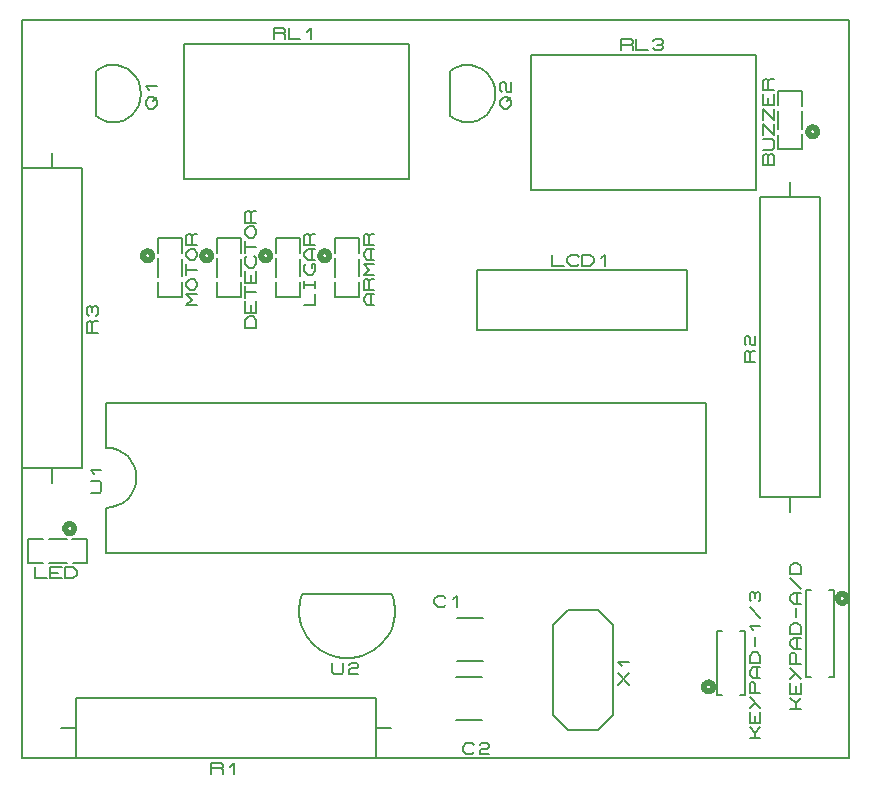
<source format=gbr>
G04 PROTEUS GERBER X2 FILE*
%TF.GenerationSoftware,Labcenter,Proteus,8.12-SP0-Build30713*%
%TF.CreationDate,2021-09-16T14:44:57+00:00*%
%TF.FileFunction,Legend,Top*%
%TF.FilePolarity,Positive*%
%TF.Part,Single*%
%TF.SameCoordinates,{034bc27d-0c73-46ba-bb4b-be9bc49d2133}*%
%FSLAX45Y45*%
%MOMM*%
G01*
%TA.AperFunction,Profile*%
%ADD71C,0.203200*%
%TA.AperFunction,Material*%
%ADD20C,0.203200*%
%ADD21C,0.508000*%
%ADD22C,0.152400*%
%ADD23C,0.200000*%
%TD.AperFunction*%
D71*
X-3250000Y-2500000D02*
X+3750000Y-2500000D01*
X+3750000Y+3750000D01*
X-3250000Y+3750000D01*
X-3250000Y-2500000D01*
D20*
X-2286000Y-127000D02*
X-2291080Y-75248D01*
X-2305685Y-27305D01*
X-2328862Y+15875D01*
X-2359660Y+53340D01*
X-2397125Y+84138D01*
X-2440305Y+107315D01*
X-2488248Y+121920D01*
X-2540000Y+127000D01*
X-2286000Y-127000D02*
X-2291080Y-179482D01*
X-2305685Y-227767D01*
X-2328862Y-270991D01*
X-2359660Y-308292D01*
X-2397125Y-338807D01*
X-2440305Y-361672D01*
X-2488248Y-376024D01*
X-2540000Y-381000D01*
X-2540000Y+127000D02*
X-2540000Y+508000D01*
X+2540000Y+508000D02*
X+2540000Y-762000D01*
X-2540000Y-762000D02*
X-2540000Y-381000D01*
X-2540000Y+508000D02*
X+2540000Y+508000D01*
X-2540000Y-762000D02*
X+2540000Y-762000D01*
X-2672080Y-254000D02*
X-2595880Y-254000D01*
X-2580640Y-238125D01*
X-2580640Y-174625D01*
X-2595880Y-158750D01*
X-2672080Y-158750D01*
X-2641600Y-95250D02*
X-2672080Y-63500D01*
X-2580640Y-63500D01*
X-127000Y-2250000D02*
X-254000Y-2250000D01*
X-2794000Y-2504000D02*
X-254000Y-2504000D01*
X-254000Y-1996000D01*
X-2794000Y-1996000D01*
X-2794000Y-2504000D01*
X-2794000Y-2250000D02*
X-2921000Y-2250000D01*
X-1651000Y-2636080D02*
X-1651000Y-2544640D01*
X-1571625Y-2544640D01*
X-1555750Y-2559880D01*
X-1555750Y-2575120D01*
X-1571625Y-2590360D01*
X-1651000Y-2590360D01*
X-1571625Y-2590360D02*
X-1555750Y-2605600D01*
X-1555750Y-2636080D01*
X-1492250Y-2575120D02*
X-1460500Y-2544640D01*
X-1460500Y-2636080D01*
X-1884500Y+2403500D02*
X+20500Y+2403500D01*
X+20500Y+3546500D01*
X-1884500Y+3546500D01*
X-1884500Y+2403500D01*
X-1122500Y+3587140D02*
X-1122500Y+3678580D01*
X-1043125Y+3678580D01*
X-1027250Y+3663340D01*
X-1027250Y+3648100D01*
X-1043125Y+3632860D01*
X-1122500Y+3632860D01*
X-1043125Y+3632860D02*
X-1027250Y+3617620D01*
X-1027250Y+3587140D01*
X-995500Y+3678580D02*
X-995500Y+3587140D01*
X-900250Y+3587140D01*
X-836750Y+3648100D02*
X-805000Y+3678580D01*
X-805000Y+3587140D01*
X+1059500Y+2309500D02*
X+2964500Y+2309500D01*
X+2964500Y+3452500D01*
X+1059500Y+3452500D01*
X+1059500Y+2309500D01*
X+1821500Y+3493140D02*
X+1821500Y+3584580D01*
X+1900875Y+3584580D01*
X+1916750Y+3569340D01*
X+1916750Y+3554100D01*
X+1900875Y+3538860D01*
X+1821500Y+3538860D01*
X+1900875Y+3538860D02*
X+1916750Y+3523620D01*
X+1916750Y+3493140D01*
X+1948500Y+3584580D02*
X+1948500Y+3493140D01*
X+2043750Y+3493140D01*
X+2091375Y+3569340D02*
X+2107250Y+3584580D01*
X+2154875Y+3584580D01*
X+2170750Y+3569340D01*
X+2170750Y+3554100D01*
X+2154875Y+3538860D01*
X+2170750Y+3523620D01*
X+2170750Y+3508380D01*
X+2154875Y+3493140D01*
X+2107250Y+3493140D01*
X+2091375Y+3508380D01*
X+2123125Y+3538860D02*
X+2154875Y+3538860D01*
X+3250000Y-421000D02*
X+3250000Y-294000D01*
X+2996000Y-294000D02*
X+3504000Y-294000D01*
X+3504000Y+2246000D01*
X+2996000Y+2246000D01*
X+2996000Y-294000D01*
X+3250000Y+2246000D02*
X+3250000Y+2373000D01*
X+2955360Y+849000D02*
X+2863920Y+849000D01*
X+2863920Y+928375D01*
X+2879160Y+944250D01*
X+2894400Y+944250D01*
X+2909640Y+928375D01*
X+2909640Y+849000D01*
X+2909640Y+928375D02*
X+2924880Y+944250D01*
X+2955360Y+944250D01*
X+2879160Y+991875D02*
X+2863920Y+1007750D01*
X+2863920Y+1055375D01*
X+2879160Y+1071250D01*
X+2894400Y+1071250D01*
X+2909640Y+1055375D01*
X+2909640Y+1007750D01*
X+2924880Y+991875D01*
X+2955360Y+991875D01*
X+2955360Y+1071250D01*
X+603000Y+1119000D02*
X+2381000Y+1119000D01*
X+2381000Y+1627000D01*
X+603000Y+1627000D01*
X+603000Y+1119000D01*
X+1238000Y+1759080D02*
X+1238000Y+1667640D01*
X+1333250Y+1667640D01*
X+1460250Y+1682880D02*
X+1444375Y+1667640D01*
X+1396750Y+1667640D01*
X+1365000Y+1698120D01*
X+1365000Y+1728600D01*
X+1396750Y+1759080D01*
X+1444375Y+1759080D01*
X+1460250Y+1743840D01*
X+1492000Y+1667640D02*
X+1492000Y+1759080D01*
X+1555500Y+1759080D01*
X+1587250Y+1728600D01*
X+1587250Y+1698120D01*
X+1555500Y+1667640D01*
X+1492000Y+1667640D01*
X+1650750Y+1728600D02*
X+1682500Y+1759080D01*
X+1682500Y+1667640D01*
X-3000000Y+2623000D02*
X-3000000Y+2496000D01*
X-3254000Y-44000D02*
X-2746000Y-44000D01*
X-2746000Y+2496000D01*
X-3254000Y+2496000D01*
X-3254000Y-44000D01*
X-3000000Y-44000D02*
X-3000000Y-171000D01*
X-2613920Y+1099000D02*
X-2705360Y+1099000D01*
X-2705360Y+1178375D01*
X-2690120Y+1194250D01*
X-2674880Y+1194250D01*
X-2659640Y+1178375D01*
X-2659640Y+1099000D01*
X-2659640Y+1178375D02*
X-2644400Y+1194250D01*
X-2613920Y+1194250D01*
X-2690120Y+1241875D02*
X-2705360Y+1257750D01*
X-2705360Y+1305375D01*
X-2690120Y+1321250D01*
X-2674880Y+1321250D01*
X-2659640Y+1305375D01*
X-2644400Y+1321250D01*
X-2629160Y+1321250D01*
X-2613920Y+1305375D01*
X-2613920Y+1257750D01*
X-2629160Y+1241875D01*
X-2659640Y+1273625D02*
X-2659640Y+1305375D01*
X+1754000Y-1373000D02*
X+1754000Y-2135000D01*
X+1627000Y-2262000D01*
X+1373000Y-2262000D01*
X+1246000Y-2135000D01*
X+1246000Y-1373000D01*
X+1373000Y-1246000D01*
X+1627000Y-1246000D01*
X+1754000Y-1373000D01*
X+1794640Y-1881000D02*
X+1886080Y-1785750D01*
X+1886080Y-1881000D02*
X+1794640Y-1785750D01*
X+1825120Y-1722250D02*
X+1794640Y-1690500D01*
X+1886080Y-1690500D01*
X-93600Y-1250000D02*
X-95653Y-1292236D01*
X-101686Y-1333096D01*
X-111515Y-1372393D01*
X-124953Y-1409941D01*
X-141814Y-1445554D01*
X-161912Y-1479046D01*
X-211075Y-1538925D01*
X-270953Y-1588088D01*
X-304446Y-1608186D01*
X-340059Y-1625047D01*
X-377607Y-1638485D01*
X-416904Y-1648314D01*
X-457764Y-1654347D01*
X-500000Y-1656400D01*
X-906400Y-1250000D02*
X-904347Y-1292236D01*
X-898314Y-1333096D01*
X-888485Y-1372393D01*
X-875047Y-1409941D01*
X-858186Y-1445554D01*
X-838088Y-1479046D01*
X-788925Y-1538925D01*
X-729047Y-1588088D01*
X-695554Y-1608186D01*
X-659941Y-1625047D01*
X-622393Y-1638485D01*
X-583096Y-1648314D01*
X-542236Y-1654347D01*
X-500000Y-1656400D01*
X-93600Y-1250000D02*
X-100585Y-1176340D01*
X-119000Y-1110300D01*
X-906400Y-1250000D02*
X-899415Y-1176340D01*
X-881000Y-1110300D01*
X-119000Y-1110300D02*
X-881000Y-1110300D01*
X-627000Y-1697040D02*
X-627000Y-1773240D01*
X-611125Y-1788480D01*
X-547625Y-1788480D01*
X-531750Y-1773240D01*
X-531750Y-1697040D01*
X-484125Y-1712280D02*
X-468250Y-1697040D01*
X-420625Y-1697040D01*
X-404750Y-1712280D01*
X-404750Y-1727520D01*
X-420625Y-1742760D01*
X-468250Y-1742760D01*
X-484125Y-1758000D01*
X-484125Y-1788480D01*
X-404750Y-1788480D01*
D21*
X+3728600Y-1150000D02*
X+3728469Y-1146842D01*
X+3727403Y-1140524D01*
X+3725172Y-1134206D01*
X+3721527Y-1127888D01*
X+3715952Y-1121649D01*
X+3709634Y-1117053D01*
X+3703316Y-1114120D01*
X+3696998Y-1112458D01*
X+3690680Y-1111900D01*
X+3690500Y-1111900D01*
X+3652400Y-1150000D02*
X+3652531Y-1146842D01*
X+3653597Y-1140524D01*
X+3655828Y-1134206D01*
X+3659473Y-1127888D01*
X+3665048Y-1121649D01*
X+3671366Y-1117053D01*
X+3677684Y-1114120D01*
X+3684002Y-1112458D01*
X+3690320Y-1111900D01*
X+3690500Y-1111900D01*
X+3652400Y-1150000D02*
X+3652531Y-1153158D01*
X+3653597Y-1159476D01*
X+3655828Y-1165794D01*
X+3659473Y-1172112D01*
X+3665048Y-1178351D01*
X+3671366Y-1182947D01*
X+3677684Y-1185880D01*
X+3684002Y-1187542D01*
X+3690320Y-1188100D01*
X+3690500Y-1188100D01*
X+3728600Y-1150000D02*
X+3728469Y-1153158D01*
X+3727403Y-1159476D01*
X+3725172Y-1165794D01*
X+3721527Y-1172112D01*
X+3715952Y-1178351D01*
X+3709634Y-1182947D01*
X+3703316Y-1185880D01*
X+3696998Y-1187542D01*
X+3690680Y-1188100D01*
X+3690500Y-1188100D01*
D22*
X+3619380Y-1819850D02*
X+3619380Y-1080150D01*
X+3575865Y-1080150D01*
X+3380620Y-1080150D02*
X+3380620Y-1819850D01*
X+3424135Y-1819850D01*
X+3575865Y-1819850D02*
X+3619380Y-1819850D01*
X+3424135Y-1080150D02*
X+3380620Y-1080150D01*
D20*
X+3251080Y-2085000D02*
X+3342520Y-2085000D01*
X+3251080Y-1989750D02*
X+3296800Y-2037375D01*
X+3342520Y-1989750D01*
X+3296800Y-2085000D02*
X+3296800Y-2037375D01*
X+3342520Y-1862750D02*
X+3342520Y-1958000D01*
X+3251080Y-1958000D01*
X+3251080Y-1862750D01*
X+3296800Y-1958000D02*
X+3296800Y-1894500D01*
X+3251080Y-1735750D02*
X+3342520Y-1831000D01*
X+3251080Y-1831000D02*
X+3296800Y-1783375D01*
X+3342520Y-1704000D02*
X+3251080Y-1704000D01*
X+3251080Y-1624625D01*
X+3266320Y-1608750D01*
X+3281560Y-1608750D01*
X+3296800Y-1624625D01*
X+3296800Y-1704000D01*
X+3342520Y-1577000D02*
X+3281560Y-1577000D01*
X+3251080Y-1545250D01*
X+3251080Y-1513500D01*
X+3281560Y-1481750D01*
X+3342520Y-1481750D01*
X+3312040Y-1577000D02*
X+3312040Y-1481750D01*
X+3342520Y-1450000D02*
X+3251080Y-1450000D01*
X+3251080Y-1386500D01*
X+3281560Y-1354750D01*
X+3312040Y-1354750D01*
X+3342520Y-1386500D01*
X+3342520Y-1450000D01*
X+3296800Y-1307125D02*
X+3296800Y-1227750D01*
X+3342520Y-1196000D02*
X+3281560Y-1196000D01*
X+3251080Y-1164250D01*
X+3251080Y-1132500D01*
X+3281560Y-1100750D01*
X+3342520Y-1100750D01*
X+3312040Y-1196000D02*
X+3312040Y-1100750D01*
X+3251080Y-973750D02*
X+3342520Y-1069000D01*
X+3342520Y-942000D02*
X+3251080Y-942000D01*
X+3251080Y-878500D01*
X+3281560Y-846750D01*
X+3312040Y-846750D01*
X+3342520Y-878500D01*
X+3342520Y-942000D01*
X-2627000Y+3313500D02*
X-2627000Y+2932500D01*
X-2500000Y+3364300D02*
X-2523688Y+3362117D01*
X-2546633Y+3356362D01*
X-2587312Y+3338900D01*
X-2627000Y+3313500D01*
X-2500000Y+3364300D02*
X-2448065Y+3363438D01*
X-2400037Y+3352046D01*
X-2356846Y+3331204D01*
X-2319422Y+3301991D01*
X-2288695Y+3265484D01*
X-2265596Y+3222764D01*
X-2251054Y+3174910D01*
X-2246000Y+3123000D01*
X-2500000Y+2881700D02*
X-2523688Y+2883883D01*
X-2546633Y+2889638D01*
X-2587312Y+2907100D01*
X-2627000Y+2932500D01*
X-2500000Y+2881700D02*
X-2448065Y+2882562D01*
X-2400037Y+2893954D01*
X-2356846Y+2914796D01*
X-2319422Y+2944009D01*
X-2288695Y+2980516D01*
X-2265596Y+3023236D01*
X-2251054Y+3071090D01*
X-2246000Y+3123000D01*
X-2174880Y+2996000D02*
X-2205360Y+3027750D01*
X-2205360Y+3059500D01*
X-2174880Y+3091250D01*
X-2144400Y+3091250D01*
X-2113920Y+3059500D01*
X-2113920Y+3027750D01*
X-2144400Y+2996000D01*
X-2174880Y+2996000D01*
X-2144400Y+3059500D02*
X-2113920Y+3091250D01*
X-2174880Y+3154750D02*
X-2205360Y+3186500D01*
X-2113920Y+3186500D01*
X+373000Y+3313500D02*
X+373000Y+2932500D01*
X+500000Y+3364300D02*
X+476312Y+3362117D01*
X+453367Y+3356362D01*
X+412688Y+3338900D01*
X+373000Y+3313500D01*
X+500000Y+3364300D02*
X+551935Y+3363438D01*
X+599963Y+3352046D01*
X+643154Y+3331204D01*
X+680578Y+3301991D01*
X+711305Y+3265484D01*
X+734404Y+3222764D01*
X+748946Y+3174910D01*
X+754000Y+3123000D01*
X+500000Y+2881700D02*
X+476312Y+2883883D01*
X+453367Y+2889638D01*
X+412688Y+2907100D01*
X+373000Y+2932500D01*
X+500000Y+2881700D02*
X+551935Y+2882562D01*
X+599963Y+2893954D01*
X+643154Y+2914796D01*
X+680578Y+2944009D01*
X+711305Y+2980516D01*
X+734404Y+3023236D01*
X+748946Y+3071090D01*
X+754000Y+3123000D01*
X+825120Y+2996000D02*
X+794640Y+3027750D01*
X+794640Y+3059500D01*
X+825120Y+3091250D01*
X+855600Y+3091250D01*
X+886080Y+3059500D01*
X+886080Y+3027750D01*
X+855600Y+2996000D01*
X+825120Y+2996000D01*
X+855600Y+3059500D02*
X+886080Y+3091250D01*
X+809880Y+3138875D02*
X+794640Y+3154750D01*
X+794640Y+3202375D01*
X+809880Y+3218250D01*
X+825120Y+3218250D01*
X+840360Y+3202375D01*
X+840360Y+3154750D01*
X+855600Y+3138875D01*
X+886080Y+3138875D01*
X+886080Y+3218250D01*
D21*
X+2597600Y-1900000D02*
X+2597469Y-1896842D01*
X+2596403Y-1890524D01*
X+2594172Y-1884206D01*
X+2590527Y-1877888D01*
X+2584952Y-1871649D01*
X+2578634Y-1867053D01*
X+2572316Y-1864120D01*
X+2565998Y-1862458D01*
X+2559680Y-1861900D01*
X+2559500Y-1861900D01*
X+2521400Y-1900000D02*
X+2521531Y-1896842D01*
X+2522597Y-1890524D01*
X+2524828Y-1884206D01*
X+2528473Y-1877888D01*
X+2534048Y-1871649D01*
X+2540366Y-1867053D01*
X+2546684Y-1864120D01*
X+2553002Y-1862458D01*
X+2559320Y-1861900D01*
X+2559500Y-1861900D01*
X+2521400Y-1900000D02*
X+2521531Y-1903158D01*
X+2522597Y-1909476D01*
X+2524828Y-1915794D01*
X+2528473Y-1922112D01*
X+2534048Y-1928351D01*
X+2540366Y-1932947D01*
X+2546684Y-1935880D01*
X+2553002Y-1937542D01*
X+2559320Y-1938100D01*
X+2559500Y-1938100D01*
X+2597600Y-1900000D02*
X+2597469Y-1903158D01*
X+2596403Y-1909476D01*
X+2594172Y-1915794D01*
X+2590527Y-1922112D01*
X+2584952Y-1928351D01*
X+2578634Y-1932947D01*
X+2572316Y-1935880D01*
X+2565998Y-1937542D01*
X+2559680Y-1938100D01*
X+2559500Y-1938100D01*
D22*
X+2630620Y-1430150D02*
X+2630620Y-1969850D01*
X+2674135Y-1969850D01*
X+2869380Y-1969850D02*
X+2869380Y-1430150D01*
X+2825865Y-1430150D01*
X+2674135Y-1430150D02*
X+2630620Y-1430150D01*
X+2825865Y-1969850D02*
X+2869380Y-1969850D01*
D20*
X+2907480Y-2335000D02*
X+2998920Y-2335000D01*
X+2907480Y-2239750D02*
X+2953200Y-2287375D01*
X+2998920Y-2239750D01*
X+2953200Y-2335000D02*
X+2953200Y-2287375D01*
X+2998920Y-2112750D02*
X+2998920Y-2208000D01*
X+2907480Y-2208000D01*
X+2907480Y-2112750D01*
X+2953200Y-2208000D02*
X+2953200Y-2144500D01*
X+2907480Y-1985750D02*
X+2998920Y-2081000D01*
X+2907480Y-2081000D02*
X+2953200Y-2033375D01*
X+2998920Y-1954000D02*
X+2907480Y-1954000D01*
X+2907480Y-1874625D01*
X+2922720Y-1858750D01*
X+2937960Y-1858750D01*
X+2953200Y-1874625D01*
X+2953200Y-1954000D01*
X+2998920Y-1827000D02*
X+2937960Y-1827000D01*
X+2907480Y-1795250D01*
X+2907480Y-1763500D01*
X+2937960Y-1731750D01*
X+2998920Y-1731750D01*
X+2968440Y-1827000D02*
X+2968440Y-1731750D01*
X+2998920Y-1700000D02*
X+2907480Y-1700000D01*
X+2907480Y-1636500D01*
X+2937960Y-1604750D01*
X+2968440Y-1604750D01*
X+2998920Y-1636500D01*
X+2998920Y-1700000D01*
X+2953200Y-1557125D02*
X+2953200Y-1477750D01*
X+2937960Y-1414250D02*
X+2907480Y-1382500D01*
X+2998920Y-1382500D01*
X+2907480Y-1223750D02*
X+2998920Y-1319000D01*
X+2922720Y-1176125D02*
X+2907480Y-1160250D01*
X+2907480Y-1112625D01*
X+2922720Y-1096750D01*
X+2937960Y-1096750D01*
X+2953200Y-1112625D01*
X+2968440Y-1096750D01*
X+2983680Y-1096750D01*
X+2998920Y-1112625D01*
X+2998920Y-1160250D01*
X+2983680Y-1176125D01*
X+2953200Y-1144375D02*
X+2953200Y-1112625D01*
D21*
X-652400Y+1750000D02*
X-652531Y+1753158D01*
X-653597Y+1759476D01*
X-655828Y+1765794D01*
X-659473Y+1772112D01*
X-665048Y+1778351D01*
X-671366Y+1782947D01*
X-677684Y+1785880D01*
X-684002Y+1787542D01*
X-690320Y+1788100D01*
X-690500Y+1788100D01*
X-728600Y+1750000D02*
X-728469Y+1753158D01*
X-727403Y+1759476D01*
X-725172Y+1765794D01*
X-721527Y+1772112D01*
X-715952Y+1778351D01*
X-709634Y+1782947D01*
X-703316Y+1785880D01*
X-696998Y+1787542D01*
X-690680Y+1788100D01*
X-690500Y+1788100D01*
X-728600Y+1750000D02*
X-728469Y+1746842D01*
X-727403Y+1740524D01*
X-725172Y+1734206D01*
X-721527Y+1727888D01*
X-715952Y+1721649D01*
X-709634Y+1717053D01*
X-703316Y+1714120D01*
X-696998Y+1712458D01*
X-690680Y+1711900D01*
X-690500Y+1711900D01*
X-652400Y+1750000D02*
X-652531Y+1746842D01*
X-653597Y+1740524D01*
X-655828Y+1734206D01*
X-659473Y+1727888D01*
X-665048Y+1721649D01*
X-671366Y+1717053D01*
X-677684Y+1714120D01*
X-684002Y+1712458D01*
X-690320Y+1711900D01*
X-690500Y+1711900D01*
D22*
X-600660Y+1898920D02*
X-600660Y+1772407D01*
X-600660Y+1401080D02*
X-400000Y+1401080D01*
X-400000Y+1524809D01*
X-400000Y+1898920D02*
X-600660Y+1898920D01*
X-600660Y+1527593D02*
X-600660Y+1401080D01*
X-400000Y+1575191D02*
X-400000Y+1724809D01*
X-400000Y+1775191D02*
X-400000Y+1898920D01*
X-600660Y+1727593D02*
X-600660Y+1572407D01*
D20*
X-270460Y+1332500D02*
X-331420Y+1332500D01*
X-361900Y+1364250D01*
X-361900Y+1396000D01*
X-331420Y+1427750D01*
X-270460Y+1427750D01*
X-300940Y+1332500D02*
X-300940Y+1427750D01*
X-270460Y+1459500D02*
X-361900Y+1459500D01*
X-361900Y+1538875D01*
X-346660Y+1554750D01*
X-331420Y+1554750D01*
X-316180Y+1538875D01*
X-316180Y+1459500D01*
X-316180Y+1538875D02*
X-300940Y+1554750D01*
X-270460Y+1554750D01*
X-270460Y+1586500D02*
X-361900Y+1586500D01*
X-316180Y+1634125D01*
X-361900Y+1681750D01*
X-270460Y+1681750D01*
X-270460Y+1713500D02*
X-331420Y+1713500D01*
X-361900Y+1745250D01*
X-361900Y+1777000D01*
X-331420Y+1808750D01*
X-270460Y+1808750D01*
X-300940Y+1713500D02*
X-300940Y+1808750D01*
X-270460Y+1840500D02*
X-361900Y+1840500D01*
X-361900Y+1919875D01*
X-346660Y+1935750D01*
X-331420Y+1935750D01*
X-316180Y+1919875D01*
X-316180Y+1840500D01*
X-316180Y+1919875D02*
X-300940Y+1935750D01*
X-270460Y+1935750D01*
D21*
X+3478600Y+2800000D02*
X+3478469Y+2803158D01*
X+3477403Y+2809476D01*
X+3475172Y+2815794D01*
X+3471527Y+2822112D01*
X+3465952Y+2828351D01*
X+3459634Y+2832947D01*
X+3453316Y+2835880D01*
X+3446998Y+2837542D01*
X+3440680Y+2838100D01*
X+3440500Y+2838100D01*
X+3402400Y+2800000D02*
X+3402531Y+2803158D01*
X+3403597Y+2809476D01*
X+3405828Y+2815794D01*
X+3409473Y+2822112D01*
X+3415048Y+2828351D01*
X+3421366Y+2832947D01*
X+3427684Y+2835880D01*
X+3434002Y+2837542D01*
X+3440320Y+2838100D01*
X+3440500Y+2838100D01*
X+3402400Y+2800000D02*
X+3402531Y+2796842D01*
X+3403597Y+2790524D01*
X+3405828Y+2784206D01*
X+3409473Y+2777888D01*
X+3415048Y+2771649D01*
X+3421366Y+2767053D01*
X+3427684Y+2764120D01*
X+3434002Y+2762458D01*
X+3440320Y+2761900D01*
X+3440500Y+2761900D01*
X+3478600Y+2800000D02*
X+3478469Y+2796842D01*
X+3477403Y+2790524D01*
X+3475172Y+2784206D01*
X+3471527Y+2777888D01*
X+3465952Y+2771649D01*
X+3459634Y+2767053D01*
X+3453316Y+2764120D01*
X+3446998Y+2762458D01*
X+3440680Y+2761900D01*
X+3440500Y+2761900D01*
D22*
X+3350660Y+2651080D02*
X+3350660Y+2777593D01*
X+3350660Y+3148920D02*
X+3150000Y+3148920D01*
X+3150000Y+3025191D01*
X+3150000Y+2651080D02*
X+3350660Y+2651080D01*
X+3350660Y+3022407D02*
X+3350660Y+3148920D01*
X+3150000Y+2974809D02*
X+3150000Y+2825191D01*
X+3150000Y+2774809D02*
X+3150000Y+2651080D01*
X+3350660Y+2822407D02*
X+3350660Y+2977593D01*
D20*
X+3111900Y+2519000D02*
X+3020460Y+2519000D01*
X+3020460Y+2598375D01*
X+3035700Y+2614250D01*
X+3050940Y+2614250D01*
X+3066180Y+2598375D01*
X+3081420Y+2614250D01*
X+3096660Y+2614250D01*
X+3111900Y+2598375D01*
X+3111900Y+2519000D01*
X+3066180Y+2519000D02*
X+3066180Y+2598375D01*
X+3020460Y+2646000D02*
X+3096660Y+2646000D01*
X+3111900Y+2661875D01*
X+3111900Y+2725375D01*
X+3096660Y+2741250D01*
X+3020460Y+2741250D01*
X+3020460Y+2773000D02*
X+3020460Y+2868250D01*
X+3111900Y+2773000D01*
X+3111900Y+2868250D01*
X+3020460Y+2900000D02*
X+3020460Y+2995250D01*
X+3111900Y+2900000D01*
X+3111900Y+2995250D01*
X+3111900Y+3122250D02*
X+3111900Y+3027000D01*
X+3020460Y+3027000D01*
X+3020460Y+3122250D01*
X+3066180Y+3027000D02*
X+3066180Y+3090500D01*
X+3111900Y+3154000D02*
X+3020460Y+3154000D01*
X+3020460Y+3233375D01*
X+3035700Y+3249250D01*
X+3050940Y+3249250D01*
X+3066180Y+3233375D01*
X+3066180Y+3154000D01*
X+3066180Y+3233375D02*
X+3081420Y+3249250D01*
X+3111900Y+3249250D01*
D21*
X-1652400Y+1750000D02*
X-1652531Y+1753158D01*
X-1653597Y+1759476D01*
X-1655828Y+1765794D01*
X-1659473Y+1772112D01*
X-1665048Y+1778351D01*
X-1671366Y+1782947D01*
X-1677684Y+1785880D01*
X-1684002Y+1787542D01*
X-1690320Y+1788100D01*
X-1690500Y+1788100D01*
X-1728600Y+1750000D02*
X-1728469Y+1753158D01*
X-1727403Y+1759476D01*
X-1725172Y+1765794D01*
X-1721527Y+1772112D01*
X-1715952Y+1778351D01*
X-1709634Y+1782947D01*
X-1703316Y+1785880D01*
X-1696998Y+1787542D01*
X-1690680Y+1788100D01*
X-1690500Y+1788100D01*
X-1728600Y+1750000D02*
X-1728469Y+1746842D01*
X-1727403Y+1740524D01*
X-1725172Y+1734206D01*
X-1721527Y+1727888D01*
X-1715952Y+1721649D01*
X-1709634Y+1717053D01*
X-1703316Y+1714120D01*
X-1696998Y+1712458D01*
X-1690680Y+1711900D01*
X-1690500Y+1711900D01*
X-1652400Y+1750000D02*
X-1652531Y+1746842D01*
X-1653597Y+1740524D01*
X-1655828Y+1734206D01*
X-1659473Y+1727888D01*
X-1665048Y+1721649D01*
X-1671366Y+1717053D01*
X-1677684Y+1714120D01*
X-1684002Y+1712458D01*
X-1690320Y+1711900D01*
X-1690500Y+1711900D01*
D22*
X-1600660Y+1898920D02*
X-1600660Y+1772407D01*
X-1600660Y+1401080D02*
X-1400000Y+1401080D01*
X-1400000Y+1524809D01*
X-1400000Y+1898920D02*
X-1600660Y+1898920D01*
X-1600660Y+1527593D02*
X-1600660Y+1401080D01*
X-1400000Y+1575191D02*
X-1400000Y+1724809D01*
X-1400000Y+1775191D02*
X-1400000Y+1898920D01*
X-1600660Y+1727593D02*
X-1600660Y+1572407D01*
D20*
X-1270460Y+1142000D02*
X-1361900Y+1142000D01*
X-1361900Y+1205500D01*
X-1331420Y+1237250D01*
X-1300940Y+1237250D01*
X-1270460Y+1205500D01*
X-1270460Y+1142000D01*
X-1270460Y+1364250D02*
X-1270460Y+1269000D01*
X-1361900Y+1269000D01*
X-1361900Y+1364250D01*
X-1316180Y+1269000D02*
X-1316180Y+1332500D01*
X-1361900Y+1396000D02*
X-1361900Y+1491250D01*
X-1361900Y+1443625D02*
X-1270460Y+1443625D01*
X-1270460Y+1618250D02*
X-1270460Y+1523000D01*
X-1361900Y+1523000D01*
X-1361900Y+1618250D01*
X-1316180Y+1523000D02*
X-1316180Y+1586500D01*
X-1285700Y+1745250D02*
X-1270460Y+1729375D01*
X-1270460Y+1681750D01*
X-1300940Y+1650000D01*
X-1331420Y+1650000D01*
X-1361900Y+1681750D01*
X-1361900Y+1729375D01*
X-1346660Y+1745250D01*
X-1361900Y+1777000D02*
X-1361900Y+1872250D01*
X-1361900Y+1824625D02*
X-1270460Y+1824625D01*
X-1331420Y+1904000D02*
X-1361900Y+1935750D01*
X-1361900Y+1967500D01*
X-1331420Y+1999250D01*
X-1300940Y+1999250D01*
X-1270460Y+1967500D01*
X-1270460Y+1935750D01*
X-1300940Y+1904000D01*
X-1331420Y+1904000D01*
X-1270460Y+2031000D02*
X-1361900Y+2031000D01*
X-1361900Y+2110375D01*
X-1346660Y+2126250D01*
X-1331420Y+2126250D01*
X-1316180Y+2110375D01*
X-1316180Y+2031000D01*
X-1316180Y+2110375D02*
X-1300940Y+2126250D01*
X-1270460Y+2126250D01*
D21*
X-2811900Y-559500D02*
X-2812031Y-556342D01*
X-2813097Y-550024D01*
X-2815328Y-543706D01*
X-2818973Y-537388D01*
X-2824548Y-531149D01*
X-2830866Y-526553D01*
X-2837184Y-523620D01*
X-2843502Y-521958D01*
X-2849820Y-521400D01*
X-2850000Y-521400D01*
X-2888100Y-559500D02*
X-2887969Y-556342D01*
X-2886903Y-550024D01*
X-2884672Y-543706D01*
X-2881027Y-537388D01*
X-2875452Y-531149D01*
X-2869134Y-526553D01*
X-2862816Y-523620D01*
X-2856498Y-521958D01*
X-2850180Y-521400D01*
X-2850000Y-521400D01*
X-2888100Y-559500D02*
X-2887969Y-562658D01*
X-2886903Y-568976D01*
X-2884672Y-575294D01*
X-2881027Y-581612D01*
X-2875452Y-587851D01*
X-2869134Y-592447D01*
X-2862816Y-595380D01*
X-2856498Y-597042D01*
X-2850180Y-597600D01*
X-2850000Y-597600D01*
X-2811900Y-559500D02*
X-2812031Y-562658D01*
X-2813097Y-568976D01*
X-2815328Y-575294D01*
X-2818973Y-581612D01*
X-2824548Y-587851D01*
X-2830866Y-592447D01*
X-2837184Y-595380D01*
X-2843502Y-597042D01*
X-2849820Y-597600D01*
X-2850000Y-597600D01*
D22*
X-2701080Y-649340D02*
X-2827593Y-649340D01*
X-3198920Y-649340D02*
X-3198920Y-850000D01*
X-3075191Y-850000D01*
X-2701080Y-850000D02*
X-2701080Y-649340D01*
X-3072407Y-649340D02*
X-3198920Y-649340D01*
X-3024809Y-850000D02*
X-2875191Y-850000D01*
X-2824809Y-850000D02*
X-2701080Y-850000D01*
X-2872407Y-649340D02*
X-3027593Y-649340D01*
D20*
X-3140500Y-888100D02*
X-3140500Y-979540D01*
X-3045250Y-979540D01*
X-2918250Y-979540D02*
X-3013500Y-979540D01*
X-3013500Y-888100D01*
X-2918250Y-888100D01*
X-3013500Y-933820D02*
X-2950000Y-933820D01*
X-2886500Y-979540D02*
X-2886500Y-888100D01*
X-2823000Y-888100D01*
X-2791250Y-918580D01*
X-2791250Y-949060D01*
X-2823000Y-979540D01*
X-2886500Y-979540D01*
D21*
X-1152400Y+1750000D02*
X-1152531Y+1753158D01*
X-1153597Y+1759476D01*
X-1155828Y+1765794D01*
X-1159473Y+1772112D01*
X-1165048Y+1778351D01*
X-1171366Y+1782947D01*
X-1177684Y+1785880D01*
X-1184002Y+1787542D01*
X-1190320Y+1788100D01*
X-1190500Y+1788100D01*
X-1228600Y+1750000D02*
X-1228469Y+1753158D01*
X-1227403Y+1759476D01*
X-1225172Y+1765794D01*
X-1221527Y+1772112D01*
X-1215952Y+1778351D01*
X-1209634Y+1782947D01*
X-1203316Y+1785880D01*
X-1196998Y+1787542D01*
X-1190680Y+1788100D01*
X-1190500Y+1788100D01*
X-1228600Y+1750000D02*
X-1228469Y+1746842D01*
X-1227403Y+1740524D01*
X-1225172Y+1734206D01*
X-1221527Y+1727888D01*
X-1215952Y+1721649D01*
X-1209634Y+1717053D01*
X-1203316Y+1714120D01*
X-1196998Y+1712458D01*
X-1190680Y+1711900D01*
X-1190500Y+1711900D01*
X-1152400Y+1750000D02*
X-1152531Y+1746842D01*
X-1153597Y+1740524D01*
X-1155828Y+1734206D01*
X-1159473Y+1727888D01*
X-1165048Y+1721649D01*
X-1171366Y+1717053D01*
X-1177684Y+1714120D01*
X-1184002Y+1712458D01*
X-1190320Y+1711900D01*
X-1190500Y+1711900D01*
D22*
X-1100660Y+1898920D02*
X-1100660Y+1772407D01*
X-1100660Y+1401080D02*
X-900000Y+1401080D01*
X-900000Y+1524809D01*
X-900000Y+1898920D02*
X-1100660Y+1898920D01*
X-1100660Y+1527593D02*
X-1100660Y+1401080D01*
X-900000Y+1575191D02*
X-900000Y+1724809D01*
X-900000Y+1775191D02*
X-900000Y+1898920D01*
X-1100660Y+1727593D02*
X-1100660Y+1572407D01*
D20*
X-861900Y+1332500D02*
X-770460Y+1332500D01*
X-770460Y+1427750D01*
X-861900Y+1475375D02*
X-861900Y+1538875D01*
X-861900Y+1507125D02*
X-770460Y+1507125D01*
X-770460Y+1475375D02*
X-770460Y+1538875D01*
X-800940Y+1650000D02*
X-800940Y+1681750D01*
X-770460Y+1681750D01*
X-770460Y+1618250D01*
X-800940Y+1586500D01*
X-831420Y+1586500D01*
X-861900Y+1618250D01*
X-861900Y+1665875D01*
X-846660Y+1681750D01*
X-770460Y+1713500D02*
X-831420Y+1713500D01*
X-861900Y+1745250D01*
X-861900Y+1777000D01*
X-831420Y+1808750D01*
X-770460Y+1808750D01*
X-800940Y+1713500D02*
X-800940Y+1808750D01*
X-770460Y+1840500D02*
X-861900Y+1840500D01*
X-861900Y+1919875D01*
X-846660Y+1935750D01*
X-831420Y+1935750D01*
X-816180Y+1919875D01*
X-816180Y+1840500D01*
X-816180Y+1919875D02*
X-800940Y+1935750D01*
X-770460Y+1935750D01*
D21*
X-2152400Y+1750000D02*
X-2152531Y+1753158D01*
X-2153597Y+1759476D01*
X-2155828Y+1765794D01*
X-2159473Y+1772112D01*
X-2165048Y+1778351D01*
X-2171366Y+1782947D01*
X-2177684Y+1785880D01*
X-2184002Y+1787542D01*
X-2190320Y+1788100D01*
X-2190500Y+1788100D01*
X-2228600Y+1750000D02*
X-2228469Y+1753158D01*
X-2227403Y+1759476D01*
X-2225172Y+1765794D01*
X-2221527Y+1772112D01*
X-2215952Y+1778351D01*
X-2209634Y+1782947D01*
X-2203316Y+1785880D01*
X-2196998Y+1787542D01*
X-2190680Y+1788100D01*
X-2190500Y+1788100D01*
X-2228600Y+1750000D02*
X-2228469Y+1746842D01*
X-2227403Y+1740524D01*
X-2225172Y+1734206D01*
X-2221527Y+1727888D01*
X-2215952Y+1721649D01*
X-2209634Y+1717053D01*
X-2203316Y+1714120D01*
X-2196998Y+1712458D01*
X-2190680Y+1711900D01*
X-2190500Y+1711900D01*
X-2152400Y+1750000D02*
X-2152531Y+1746842D01*
X-2153597Y+1740524D01*
X-2155828Y+1734206D01*
X-2159473Y+1727888D01*
X-2165048Y+1721649D01*
X-2171366Y+1717053D01*
X-2177684Y+1714120D01*
X-2184002Y+1712458D01*
X-2190320Y+1711900D01*
X-2190500Y+1711900D01*
D22*
X-2100660Y+1898920D02*
X-2100660Y+1772407D01*
X-2100660Y+1401080D02*
X-1900000Y+1401080D01*
X-1900000Y+1524809D01*
X-1900000Y+1898920D02*
X-2100660Y+1898920D01*
X-2100660Y+1527593D02*
X-2100660Y+1401080D01*
X-1900000Y+1575191D02*
X-1900000Y+1724809D01*
X-1900000Y+1775191D02*
X-1900000Y+1898920D01*
X-2100660Y+1727593D02*
X-2100660Y+1572407D01*
D20*
X-1770460Y+1332500D02*
X-1861900Y+1332500D01*
X-1816180Y+1380125D01*
X-1861900Y+1427750D01*
X-1770460Y+1427750D01*
X-1831420Y+1459500D02*
X-1861900Y+1491250D01*
X-1861900Y+1523000D01*
X-1831420Y+1554750D01*
X-1800940Y+1554750D01*
X-1770460Y+1523000D01*
X-1770460Y+1491250D01*
X-1800940Y+1459500D01*
X-1831420Y+1459500D01*
X-1861900Y+1586500D02*
X-1861900Y+1681750D01*
X-1861900Y+1634125D02*
X-1770460Y+1634125D01*
X-1831420Y+1713500D02*
X-1861900Y+1745250D01*
X-1861900Y+1777000D01*
X-1831420Y+1808750D01*
X-1800940Y+1808750D01*
X-1770460Y+1777000D01*
X-1770460Y+1745250D01*
X-1800940Y+1713500D01*
X-1831420Y+1713500D01*
X-1770460Y+1840500D02*
X-1861900Y+1840500D01*
X-1861900Y+1919875D01*
X-1846660Y+1935750D01*
X-1831420Y+1935750D01*
X-1816180Y+1919875D01*
X-1816180Y+1840500D01*
X-1816180Y+1919875D02*
X-1800940Y+1935750D01*
X-1770460Y+1935750D01*
D23*
X+433000Y-1680000D02*
X+653000Y-1680000D01*
X+433000Y-1320000D02*
X+653000Y-1320000D01*
D20*
X+331250Y-1204280D02*
X+315375Y-1219520D01*
X+267750Y-1219520D01*
X+236000Y-1189040D01*
X+236000Y-1158560D01*
X+267750Y-1128080D01*
X+315375Y-1128080D01*
X+331250Y-1143320D01*
X+394750Y-1158560D02*
X+426500Y-1128080D01*
X+426500Y-1219520D01*
D23*
X+425000Y-2180000D02*
X+645000Y-2180000D01*
X+425000Y-1820000D02*
X+645000Y-1820000D01*
D20*
X+573250Y-2454280D02*
X+557375Y-2469520D01*
X+509750Y-2469520D01*
X+478000Y-2439040D01*
X+478000Y-2408560D01*
X+509750Y-2378080D01*
X+557375Y-2378080D01*
X+573250Y-2393320D01*
X+620875Y-2393320D02*
X+636750Y-2378080D01*
X+684375Y-2378080D01*
X+700250Y-2393320D01*
X+700250Y-2408560D01*
X+684375Y-2423800D01*
X+636750Y-2423800D01*
X+620875Y-2439040D01*
X+620875Y-2469520D01*
X+700250Y-2469520D01*
M02*

</source>
